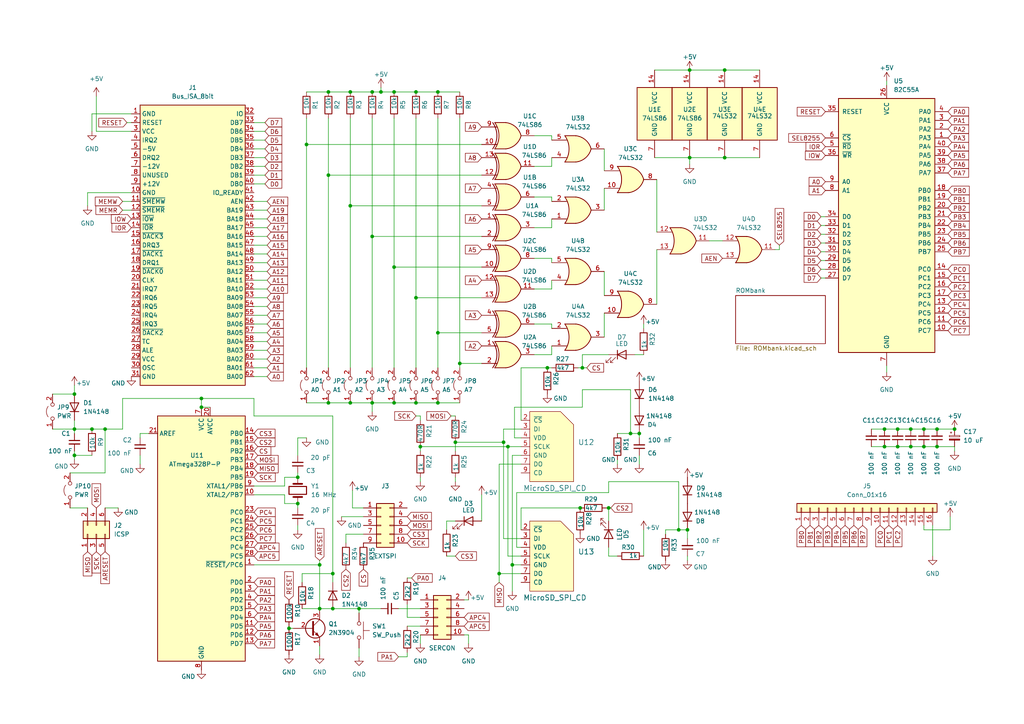
<source format=kicad_sch>
(kicad_sch (version 20230121) (generator eeschema)
  (paper "A4")
  (junction (at 200.025 20.32))
  (junction (at 58.42 115.57))
  (junction (at 132.08 128.27))
  (junction (at 210.185 20.32))
  (junction (at 256.54 129.54))
  (junction (at 101.6 26.67))
  (junction (at 196.85 153.67))
  (junction (at 127 116.84))
  (junction (at 21.59 114.3))
  (junction (at 210.185 45.72))
  (junction (at 104.14 176.53))
  (junction (at 158.75 106.68))
  (junction (at 86.36 138.43))
  (junction (at 30.48 124.46))
  (junction (at 114.3 26.67))
  (junction (at 95.25 26.67))
  (junction (at 176.53 147.32))
  (junction (at 260.35 124.46))
  (junction (at 107.95 26.67))
  (junction (at 199.39 153.67))
  (junction (at 127 96.52))
  (junction (at 146.05 128.27))
  (junction (at 260.35 129.54))
  (junction (at 101.6 59.69))
  (junction (at 127 26.67))
  (junction (at 256.54 124.46))
  (junction (at 21.59 132.08))
  (junction (at 96.52 166.37))
  (junction (at 101.6 116.84))
  (junction (at 114.3 77.47))
  (junction (at 121.92 129.54))
  (junction (at 92.71 176.53))
  (junction (at 96.52 176.53))
  (junction (at 267.97 129.54))
  (junction (at 114.3 116.84))
  (junction (at 185.42 125.73))
  (junction (at 276.86 124.46))
  (junction (at 168.91 106.68))
  (junction (at 95.25 116.84))
  (junction (at 182.88 125.73))
  (junction (at 86.36 146.05))
  (junction (at 148.59 163.83))
  (junction (at 147.32 129.54))
  (junction (at 88.9 41.91))
  (junction (at 107.95 68.58))
  (junction (at 168.275 147.32))
  (junction (at 95.25 50.8))
  (junction (at 144.78 166.37))
  (junction (at 264.16 124.46))
  (junction (at 83.82 182.245))
  (junction (at 120.65 26.67))
  (junction (at 110.49 26.67))
  (junction (at 267.97 124.46))
  (junction (at 58.42 118.11))
  (junction (at 120.65 116.84))
  (junction (at 92.71 163.83))
  (junction (at 264.16 129.54))
  (junction (at 271.78 124.46))
  (junction (at 26.67 124.46))
  (junction (at 120.65 86.36))
  (junction (at 21.59 124.46))
  (junction (at 200.025 45.72))
  (junction (at 133.35 105.41))
  (junction (at 107.95 116.84))
  (junction (at 271.78 129.54))
  (wire (pts (xy 40.64 125.73) (xy 43.18 125.73)))
  (wire (pts (xy 160.02 45.72) (xy 160.02 48.26)))
  (wire (pts (xy 21.59 133.35) (xy 21.59 132.08)))
  (wire (pts (xy 73.66 63.5) (xy 77.47 63.5)))
  (wire (pts (xy 160.02 39.37) (xy 154.94 39.37)))
  (wire (pts (xy 73.66 50.8) (xy 76.835 50.8)))
  (wire (pts (xy 121.92 120.65) (xy 120.65 120.65)))
  (wire (pts (xy 73.66 60.96) (xy 77.47 60.96)))
  (wire (pts (xy 210.185 45.72) (xy 220.345 45.72)))
  (wire (pts (xy 238.125 67.945) (xy 239.395 67.945)))
  (wire (pts (xy 158.75 106.68) (xy 151.13 106.68)))
  (wire (pts (xy 267.97 152.4) (xy 267.97 153.67)))
  (wire (pts (xy 87.63 166.37) (xy 96.52 166.37)))
  (wire (pts (xy 30.48 124.46) (xy 35.56 124.46)))
  (wire (pts (xy 210.185 20.32) (xy 220.345 20.32)))
  (wire (pts (xy 257.175 23.495) (xy 257.175 24.765)))
  (wire (pts (xy 73.66 96.52) (xy 77.47 96.52)))
  (wire (pts (xy 226.06 71.12) (xy 226.06 72.39)))
  (wire (pts (xy 114.3 116.84) (xy 120.65 116.84)))
  (wire (pts (xy 86.36 132.08) (xy 86.36 127)))
  (wire (pts (xy 175.26 43.18) (xy 175.26 49.53)))
  (wire (pts (xy 182.88 125.73) (xy 182.88 113.03)))
  (wire (pts (xy 135.89 184.15) (xy 134.62 184.15)))
  (wire (pts (xy 73.66 73.66) (xy 77.47 73.66)))
  (wire (pts (xy 73.66 48.26) (xy 76.835 48.26)))
  (wire (pts (xy 95.25 50.8) (xy 139.7 50.8)))
  (wire (pts (xy 26.67 124.46) (xy 30.48 124.46)))
  (wire (pts (xy 15.24 114.3) (xy 21.59 114.3)))
  (wire (pts (xy 58.42 115.57) (xy 58.42 118.11)))
  (wire (pts (xy 149.225 127) (xy 151.13 127)))
  (wire (pts (xy 121.92 129.54) (xy 121.92 130.81)))
  (wire (pts (xy 147.32 129.54) (xy 151.13 129.54)))
  (wire (pts (xy 146.05 156.21) (xy 151.13 156.21)))
  (wire (pts (xy 120.65 34.29) (xy 120.65 86.36)))
  (wire (pts (xy 177.165 147.32) (xy 176.53 147.32)))
  (wire (pts (xy 104.14 187.96) (xy 104.14 190.5)))
  (wire (pts (xy 160.02 58.42) (xy 160.02 57.15)))
  (wire (pts (xy 179.07 133.35) (xy 179.07 134.62)))
  (wire (pts (xy 271.78 124.46) (xy 276.86 124.46)))
  (wire (pts (xy 21.59 132.08) (xy 21.59 130.81)))
  (wire (pts (xy 73.66 71.12) (xy 77.47 71.12)))
  (wire (pts (xy 114.3 77.47) (xy 139.7 77.47)))
  (wire (pts (xy 101.6 26.67) (xy 107.95 26.67)))
  (wire (pts (xy 115.57 176.53) (xy 121.92 176.53)))
  (wire (pts (xy 148.59 163.83) (xy 151.13 163.83)))
  (wire (pts (xy 95.25 50.8) (xy 95.25 106.68)))
  (wire (pts (xy 134.62 173.99) (xy 135.89 173.99)))
  (wire (pts (xy 21.59 124.46) (xy 15.24 124.46)))
  (wire (pts (xy 88.9 116.84) (xy 95.25 116.84)))
  (wire (pts (xy 114.3 77.47) (xy 114.3 106.68)))
  (wire (pts (xy 35.56 60.96) (xy 38.1 60.96)))
  (wire (pts (xy 252.73 129.54) (xy 256.54 129.54)))
  (wire (pts (xy 82.55 140.97) (xy 82.55 138.43)))
  (wire (pts (xy 73.66 53.34) (xy 76.835 53.34)))
  (wire (pts (xy 120.65 86.36) (xy 120.65 106.68)))
  (wire (pts (xy 160.02 93.98) (xy 154.94 93.98)))
  (wire (pts (xy 257.175 106.045) (xy 257.175 107.95)))
  (wire (pts (xy 160.02 57.15) (xy 154.94 57.15)))
  (wire (pts (xy 88.9 41.91) (xy 139.7 41.91)))
  (wire (pts (xy 267.97 153.67) (xy 275.59 153.67)))
  (wire (pts (xy 226.06 72.39) (xy 224.79 72.39)))
  (wire (pts (xy 133.35 34.29) (xy 133.35 105.41)))
  (wire (pts (xy 73.66 88.9) (xy 77.47 88.9)))
  (wire (pts (xy 118.11 190.5) (xy 115.57 190.5)))
  (wire (pts (xy 25.4 55.88) (xy 38.1 55.88)))
  (wire (pts (xy 26.67 33.02) (xy 38.1 33.02)))
  (wire (pts (xy 95.25 26.67) (xy 101.6 26.67)))
  (wire (pts (xy 193.04 153.67) (xy 196.85 153.67)))
  (wire (pts (xy 73.66 86.36) (xy 77.47 86.36)))
  (wire (pts (xy 267.97 129.54) (xy 271.78 129.54)))
  (wire (pts (xy 264.16 124.46) (xy 267.97 124.46)))
  (wire (pts (xy 73.66 101.6) (xy 77.47 101.6)))
  (wire (pts (xy 121.92 129.54) (xy 147.32 129.54)))
  (wire (pts (xy 101.6 59.69) (xy 139.7 59.69)))
  (wire (pts (xy 276.86 130.81) (xy 276.86 129.54)))
  (wire (pts (xy 73.66 76.2) (xy 77.47 76.2)))
  (wire (pts (xy 107.95 34.29) (xy 107.95 68.58)))
  (wire (pts (xy 176.53 147.32) (xy 175.895 147.32)))
  (wire (pts (xy 73.66 104.14) (xy 77.47 104.14)))
  (wire (pts (xy 127 34.29) (xy 127 96.52)))
  (wire (pts (xy 179.07 125.73) (xy 182.88 125.73)))
  (wire (pts (xy 58.42 118.11) (xy 60.96 118.11)))
  (wire (pts (xy 127 96.52) (xy 127 106.68)))
  (wire (pts (xy 129.54 151.13) (xy 132.08 151.13)))
  (wire (pts (xy 168.91 102.87) (xy 176.53 102.87)))
  (wire (pts (xy 73.66 40.64) (xy 76.835 40.64)))
  (wire (pts (xy 36.83 35.56) (xy 38.1 35.56)))
  (wire (pts (xy 275.59 153.67) (xy 275.59 149.86)))
  (wire (pts (xy 73.66 58.42) (xy 77.47 58.42)))
  (wire (pts (xy 238.125 78.105) (xy 239.395 78.105)))
  (wire (pts (xy 238.125 73.025) (xy 239.395 73.025)))
  (wire (pts (xy 20.32 137.16) (xy 30.48 137.16)))
  (wire (pts (xy 92.71 162.56) (xy 92.71 163.83)))
  (wire (pts (xy 147.32 161.29) (xy 151.13 161.29)))
  (wire (pts (xy 110.49 25.4) (xy 110.49 26.67)))
  (wire (pts (xy 73.66 93.98) (xy 77.47 93.98)))
  (wire (pts (xy 168.91 113.03) (xy 168.91 118.11)))
  (wire (pts (xy 118.11 181.61) (xy 121.92 181.61)))
  (wire (pts (xy 175.26 90.805) (xy 175.26 97.79)))
  (wire (pts (xy 148.59 132.08) (xy 151.13 132.08)))
  (wire (pts (xy 264.16 129.54) (xy 267.97 129.54)))
  (wire (pts (xy 107.95 26.67) (xy 110.49 26.67)))
  (wire (pts (xy 276.86 129.54) (xy 271.78 129.54)))
  (wire (pts (xy 151.13 134.62) (xy 144.78 134.62)))
  (wire (pts (xy 73.66 83.82) (xy 77.47 83.82)))
  (wire (pts (xy 190.5 52.07) (xy 190.5 67.31)))
  (wire (pts (xy 95.25 34.29) (xy 95.25 50.8)))
  (wire (pts (xy 73.66 106.68) (xy 77.47 106.68)))
  (wire (pts (xy 160.02 102.87) (xy 154.94 102.87)))
  (wire (pts (xy 130.81 120.65) (xy 132.08 120.65)))
  (wire (pts (xy 114.3 26.67) (xy 120.65 26.67)))
  (wire (pts (xy 139.7 143.51) (xy 139.7 151.13)))
  (wire (pts (xy 96.52 120.65) (xy 73.66 120.65)))
  (wire (pts (xy 185.42 125.73) (xy 182.88 125.73)))
  (wire (pts (xy 168.91 106.68) (xy 170.18 106.68)))
  (wire (pts (xy 86.36 146.05) (xy 86.36 147.32)))
  (wire (pts (xy 107.95 116.84) (xy 114.3 116.84)))
  (wire (pts (xy 107.95 116.84) (xy 107.95 119.38)))
  (wire (pts (xy 114.3 34.29) (xy 114.3 77.47)))
  (wire (pts (xy 92.71 176.53) (xy 96.52 176.53)))
  (wire (pts (xy 27.94 38.1) (xy 38.1 38.1)))
  (wire (pts (xy 238.125 80.645) (xy 239.395 80.645)))
  (wire (pts (xy 88.9 41.91) (xy 88.9 106.68)))
  (wire (pts (xy 96.52 120.65) (xy 96.52 166.37)))
  (wire (pts (xy 151.13 147.32) (xy 168.275 147.32)))
  (wire (pts (xy 160.02 100.33) (xy 160.02 102.87)))
  (wire (pts (xy 132.08 128.27) (xy 146.05 128.27)))
  (wire (pts (xy 176.53 161.29) (xy 179.07 161.29)))
  (wire (pts (xy 176.53 139.7) (xy 196.85 139.7)))
  (wire (pts (xy 199.39 153.67) (xy 199.39 156.21)))
  (wire (pts (xy 73.66 81.28) (xy 77.47 81.28)))
  (wire (pts (xy 132.08 138.43) (xy 132.08 139.7)))
  (wire (pts (xy 86.36 127) (xy 88.9 127)))
  (wire (pts (xy 73.66 109.22) (xy 77.47 109.22)))
  (wire (pts (xy 238.125 65.405) (xy 239.395 65.405)))
  (wire (pts (xy 160.02 63.5) (xy 160.02 66.04)))
  (wire (pts (xy 99.06 149.86) (xy 105.41 149.86)))
  (wire (pts (xy 73.66 38.1) (xy 76.835 38.1)))
  (wire (pts (xy 238.125 75.565) (xy 239.395 75.565)))
  (wire (pts (xy 88.9 34.29) (xy 88.9 41.91)))
  (wire (pts (xy 148.59 163.83) (xy 148.59 132.08)))
  (wire (pts (xy 148.59 171.45) (xy 148.59 163.83)))
  (wire (pts (xy 184.15 102.87) (xy 186.69 102.87)))
  (wire (pts (xy 149.225 118.11) (xy 168.91 118.11)))
  (wire (pts (xy 20.32 147.32) (xy 25.4 147.32)))
  (wire (pts (xy 176.53 142.875) (xy 176.53 139.7)))
  (wire (pts (xy 146.05 124.46) (xy 146.05 128.27)))
  (wire (pts (xy 149.86 158.75) (xy 149.86 142.875)))
  (wire (pts (xy 27.94 27.94) (xy 27.94 38.1)))
  (wire (pts (xy 135.89 186.69) (xy 135.89 184.15)))
  (wire (pts (xy 160.02 74.93) (xy 154.94 74.93)))
  (wire (pts (xy 40.64 127) (xy 40.64 125.73)))
  (wire (pts (xy 107.95 68.58) (xy 139.7 68.58)))
  (wire (pts (xy 73.66 120.65) (xy 73.66 115.57)))
  (wire (pts (xy 30.48 137.16) (xy 30.48 124.46)))
  (wire (pts (xy 160.02 48.26) (xy 154.94 48.26)))
  (wire (pts (xy 260.35 129.54) (xy 264.16 129.54)))
  (wire (pts (xy 110.49 26.67) (xy 114.3 26.67)))
  (wire (pts (xy 260.35 124.46) (xy 264.16 124.46)))
  (wire (pts (xy 73.66 143.51) (xy 82.55 143.51)))
  (wire (pts (xy 104.14 176.53) (xy 110.49 176.53)))
  (wire (pts (xy 118.11 189.23) (xy 118.11 190.5)))
  (wire (pts (xy 121.92 138.43) (xy 121.92 139.7)))
  (wire (pts (xy 176.53 147.32) (xy 176.53 151.13)))
  (wire (pts (xy 267.97 124.46) (xy 271.78 124.46)))
  (wire (pts (xy 144.78 166.37) (xy 151.13 166.37)))
  (wire (pts (xy 73.66 91.44) (xy 77.47 91.44)))
  (wire (pts (xy 186.69 153.67) (xy 186.69 161.29)))
  (wire (pts (xy 185.42 132.08) (xy 185.42 134.62)))
  (wire (pts (xy 35.56 124.46) (xy 35.56 115.57)))
  (wire (pts (xy 121.92 121.92) (xy 121.92 120.65)))
  (wire (pts (xy 120.65 116.84) (xy 127 116.84)))
  (wire (pts (xy 205.74 69.85) (xy 209.55 69.85)))
  (wire (pts (xy 83.82 181.61) (xy 83.82 182.245)))
  (wire (pts (xy 73.66 78.74) (xy 77.47 78.74)))
  (wire (pts (xy 21.59 124.46) (xy 21.59 125.73)))
  (wire (pts (xy 100.33 154.94) (xy 105.41 154.94)))
  (wire (pts (xy 133.35 105.41) (xy 139.7 105.41)))
  (wire (pts (xy 160.02 81.28) (xy 160.02 83.82)))
  (wire (pts (xy 92.71 187.325) (xy 92.71 189.865)))
  (wire (pts (xy 189.865 45.72) (xy 200.025 45.72)))
  (wire (pts (xy 35.56 115.57) (xy 58.42 115.57)))
  (wire (pts (xy 256.54 124.46) (xy 260.35 124.46)))
  (wire (pts (xy 175.26 54.61) (xy 175.26 60.96)))
  (wire (pts (xy 149.225 118.11) (xy 149.225 127)))
  (wire (pts (xy 158.75 106.68) (xy 160.02 106.68)))
  (wire (pts (xy 87.63 176.53) (xy 92.71 176.53)))
  (wire (pts (xy 101.6 59.69) (xy 101.6 106.68)))
  (wire (pts (xy 185.42 127) (xy 185.42 125.73)))
  (wire (pts (xy 102.235 142.24) (xy 102.235 147.32)))
  (wire (pts (xy 30.48 147.32) (xy 34.29 147.32)))
  (wire (pts (xy 160.02 76.2) (xy 160.02 74.93)))
  (wire (pts (xy 73.66 163.83) (xy 92.71 163.83)))
  (wire (pts (xy 200.025 20.32) (xy 210.185 20.32)))
  (wire (pts (xy 196.85 153.67) (xy 196.85 139.7)))
  (wire (pts (xy 132.08 128.27) (xy 132.08 130.81)))
  (wire (pts (xy 21.59 121.92) (xy 21.59 124.46)))
  (wire (pts (xy 160.02 40.64) (xy 160.02 39.37)))
  (wire (pts (xy 147.32 129.54) (xy 147.32 161.29)))
  (wire (pts (xy 87.63 168.91) (xy 87.63 166.37)))
  (wire (pts (xy 82.55 143.51) (xy 82.55 146.05)))
  (wire (pts (xy 151.13 153.67) (xy 151.13 147.32)))
  (wire (pts (xy 151.13 124.46) (xy 146.05 124.46)))
  (wire (pts (xy 118.11 175.26) (xy 118.11 179.07)))
  (wire (pts (xy 73.66 66.04) (xy 77.47 66.04)))
  (wire (pts (xy 120.65 86.36) (xy 139.7 86.36)))
  (wire (pts (xy 193.04 154.94) (xy 193.04 153.67)))
  (wire (pts (xy 73.66 45.72) (xy 76.835 45.72)))
  (wire (pts (xy 129.54 161.29) (xy 132.08 161.29)))
  (wire (pts (xy 118.11 179.07) (xy 121.92 179.07)))
  (wire (pts (xy 58.42 115.57) (xy 73.66 115.57)))
  (wire (pts (xy 40.64 132.08) (xy 40.64 134.62)))
  (wire (pts (xy 83.82 182.245) (xy 85.09 182.245)))
  (wire (pts (xy 73.66 140.97) (xy 82.55 140.97)))
  (wire (pts (xy 120.65 26.67) (xy 127 26.67)))
  (wire (pts (xy 35.56 58.42) (xy 38.1 58.42)))
  (wire (pts (xy 25.4 59.69) (xy 25.4 55.88)))
  (wire (pts (xy 86.36 137.16) (xy 86.36 138.43)))
  (wire (pts (xy 95.25 116.84) (xy 101.6 116.84)))
  (wire (pts (xy 144.78 166.37) (xy 144.78 168.91)))
  (wire (pts (xy 151.13 158.75) (xy 149.86 158.75)))
  (wire (pts (xy 186.69 93.98) (xy 186.69 95.25)))
  (wire (pts (xy 21.59 114.3) (xy 21.59 111.76)))
  (wire (pts (xy 168.91 113.03) (xy 182.88 113.03)))
  (wire (pts (xy 100.33 157.48) (xy 100.33 154.94)))
  (wire (pts (xy 133.35 105.41) (xy 133.35 106.68)))
  (wire (pts (xy 168.91 106.68) (xy 168.91 102.87)))
  (wire (pts (xy 26.67 38.1) (xy 26.67 33.02)))
  (wire (pts (xy 118.11 167.64) (xy 119.38 167.64)))
  (wire (pts (xy 101.6 116.84) (xy 107.95 116.84)))
  (wire (pts (xy 270.51 152.4) (xy 270.51 161.29)))
  (wire (pts (xy 252.73 124.46) (xy 256.54 124.46)))
  (wire (pts (xy 238.125 62.865) (xy 239.395 62.865)))
  (wire (pts (xy 144.78 134.62) (xy 144.78 166.37)))
  (wire (pts (xy 199.39 161.29) (xy 199.39 162.56)))
  (wire (pts (xy 73.66 35.56) (xy 76.835 35.56)))
  (wire (pts (xy 127 96.52) (xy 139.7 96.52)))
  (wire (pts (xy 107.95 68.58) (xy 107.95 106.68)))
  (wire (pts (xy 127 116.84) (xy 133.35 116.84)))
  (wire (pts (xy 200.025 45.72) (xy 200.025 47.625)))
  (wire (pts (xy 190.5 72.39) (xy 190.5 88.265)))
  (wire (pts (xy 160.02 66.04) (xy 154.94 66.04)))
  (wire (pts (xy 127 26.67) (xy 133.35 26.67)))
  (wire (pts (xy 21.59 132.08) (xy 26.67 132.08)))
  (wire (pts (xy 104.14 176.53) (xy 104.14 177.8)))
  (wire (pts (xy 176.53 158.75) (xy 176.53 161.29)))
  (wire (pts (xy 189.865 20.32) (xy 200.025 20.32)))
  (wire (pts (xy 101.6 34.29) (xy 101.6 59.69)))
  (wire (pts (xy 160.02 83.82) (xy 154.94 83.82)))
  (wire (pts (xy 73.66 68.58) (xy 77.47 68.58)))
  (wire (pts (xy 175.26 78.74) (xy 175.26 85.725)))
  (wire (pts (xy 73.66 99.06) (xy 77.47 99.06)))
  (wire (pts (xy 73.66 43.18) (xy 76.835 43.18)))
  (wire (pts (xy 92.71 176.53) (xy 92.71 177.165)))
  (wire (pts (xy 21.59 124.46) (xy 26.67 124.46)))
  (wire (pts (xy 82.55 146.05) (xy 86.36 146.05)))
  (wire (pts (xy 238.125 70.485) (xy 239.395 70.485)))
  (wire (pts (xy 82.55 138.43) (xy 86.36 138.43)))
  (wire (pts (xy 86.36 152.4) (xy 86.36 153.67)))
  (wire (pts (xy 160.02 95.25) (xy 160.02 93.98)))
  (wire (pts (xy 256.54 129.54) (xy 260.35 129.54)))
  (wire (pts (xy 88.9 26.67) (xy 95.25 26.67)))
  (wire (pts (xy 102.235 147.32) (xy 105.41 147.32)))
  (wire (pts (xy 199.39 153.67) (xy 196.85 153.67)))
  (wire (pts (xy 200.025 45.72) (xy 210.185 45.72)))
  (wire (pts (xy 167.64 106.68) (xy 168.91 106.68)))
  (wire (pts (xy 146.05 128.27) (xy 146.05 156.21)))
  (wire (pts (xy 92.71 163.83) (xy 92.71 176.53)))
  (wire (pts (xy 149.86 142.875) (xy 176.53 142.875)))
  (wire (pts (xy 121.92 184.15) (xy 121.92 186.69)))
  (wire (pts (xy 96.52 176.53) (xy 104.14 176.53)))
  (wire (pts (xy 96.52 166.37) (xy 96.52 168.91)))
  (wire (pts (xy 151.13 106.68) (xy 151.13 121.92)))
  (wire (pts (xy 129.54 153.67) (xy 129.54 151.13)))
  (global_label "PC1" (shape input) (at 257.81 152.4 270) (property "Intersheetrefs" "${INTERSHEET_REFS}" (effects hide)))
  (global_label "D7" (shape input) (at 238.125 80.645 180) (property "Intersheetrefs" "${INTERSHEET_REFS}" (effects hide)))
  (global_label "PC0" (shape input) (at 274.955 78.105 0) (property "Intersheetrefs" "${INTERSHEET_REFS}" (effects hide)))
  (global_label "PA4" (shape input) (at 73.66 179.07 0) (property "Intersheetrefs" "${INTERSHEET_REFS}" (effects hide)))
  (global_label "A17" (shape input) (at 77.47 66.04 0) (property "Intersheetrefs" "${INTERSHEET_REFS}" (effects hide)))
  (global_label "MEMR" (shape input) (at 35.56 60.96 180) (property "Intersheetrefs" "${INTERSHEET_REFS}" (effects hide)))
  (global_label "PB5" (shape input) (at 245.11 152.4 270) (property "Intersheetrefs" "${INTERSHEET_REFS}" (effects hide)))
  (global_label "PA2" (shape input) (at 274.955 37.465 0) (property "Intersheetrefs" "${INTERSHEET_REFS}" (effects hide)))
  (global_label "PB3" (shape input) (at 274.955 62.865 0) (property "Intersheetrefs" "${INTERSHEET_REFS}" (effects hide)))
  (global_label "PC3" (shape input) (at 274.955 85.725 0) (property "Intersheetrefs" "${INTERSHEET_REFS}" (effects hide)))
  (global_label "D2" (shape input) (at 76.835 48.26 0) (property "Intersheetrefs" "${INTERSHEET_REFS}" (effects hide)))
  (global_label "D0" (shape input) (at 76.835 53.34 0) (property "Intersheetrefs" "${INTERSHEET_REFS}" (effects hide)))
  (global_label "PC7" (shape input) (at 274.955 95.885 0) (property "Intersheetrefs" "${INTERSHEET_REFS}" (effects hide)))
  (global_label "PA6" (shape input) (at 73.66 184.15 0) (property "Intersheetrefs" "${INTERSHEET_REFS}" (effects hide)))
  (global_label "MISO" (shape input) (at 118.11 149.86 0) (property "Intersheetrefs" "${INTERSHEET_REFS}" (effects hide)))
  (global_label "PA1" (shape input) (at 274.955 34.925 0) (property "Intersheetrefs" "${INTERSHEET_REFS}" (effects hide)))
  (global_label "PB6" (shape input) (at 247.65 152.4 270) (property "Intersheetrefs" "${INTERSHEET_REFS}" (effects hide)))
  (global_label "A3" (shape input) (at 77.47 101.6 0) (property "Intersheetrefs" "${INTERSHEET_REFS}" (effects hide)))
  (global_label "PC1" (shape input) (at 274.955 80.645 0) (property "Intersheetrefs" "${INTERSHEET_REFS}" (effects hide)))
  (global_label "A5" (shape input) (at 139.7 72.39 180) (property "Intersheetrefs" "${INTERSHEET_REFS}" (effects hide)))
  (global_label "AEN" (shape input) (at 209.55 74.93 180) (property "Intersheetrefs" "${INTERSHEET_REFS}" (effects hide)))
  (global_label "CS2" (shape input) (at 73.66 128.27 0) (property "Intersheetrefs" "${INTERSHEET_REFS}" (effects hide)))
  (global_label "D2" (shape input) (at 238.125 67.945 180) (property "Intersheetrefs" "${INTERSHEET_REFS}" (effects hide)))
  (global_label "APC4" (shape input) (at 134.62 179.07 0) (property "Intersheetrefs" "${INTERSHEET_REFS}" (effects hide)))
  (global_label "MISO" (shape input) (at 73.66 135.89 0) (property "Intersheetrefs" "${INTERSHEET_REFS}" (effects hide)))
  (global_label "PC4" (shape input) (at 274.955 88.265 0) (property "Intersheetrefs" "${INTERSHEET_REFS}" (effects hide)))
  (global_label "PB4" (shape input) (at 274.955 65.405 0) (property "Intersheetrefs" "${INTERSHEET_REFS}" (effects hide)))
  (global_label "PB0" (shape input) (at 274.955 55.245 0) (property "Intersheetrefs" "${INTERSHEET_REFS}" (effects hide)))
  (global_label "A6" (shape input) (at 139.7 63.5 180) (property "Intersheetrefs" "${INTERSHEET_REFS}" (effects hide)))
  (global_label "A16" (shape input) (at 77.47 68.58 0) (property "Intersheetrefs" "${INTERSHEET_REFS}" (effects hide)))
  (global_label "APC5" (shape input) (at 73.66 161.29 0) (property "Intersheetrefs" "${INTERSHEET_REFS}" (effects hide)))
  (global_label "D4" (shape input) (at 238.125 73.025 180) (property "Intersheetrefs" "${INTERSHEET_REFS}" (effects hide)))
  (global_label "D3" (shape input) (at 76.835 45.72 0) (property "Intersheetrefs" "${INTERSHEET_REFS}" (effects hide)))
  (global_label "PA6" (shape input) (at 274.955 47.625 0) (property "Intersheetrefs" "${INTERSHEET_REFS}" (effects hide)))
  (global_label "SEL8255" (shape input) (at 226.06 71.12 90) (property "Intersheetrefs" "${INTERSHEET_REFS}" (effects hide)))
  (global_label "PB0" (shape input) (at 232.41 152.4 270) (property "Intersheetrefs" "${INTERSHEET_REFS}" (effects hide)))
  (global_label "IOW" (shape input) (at 239.395 45.085 180) (property "Intersheetrefs" "${INTERSHEET_REFS}" (effects hide)))
  (global_label "PB7" (shape input) (at 274.955 73.025 0) (property "Intersheetrefs" "${INTERSHEET_REFS}" (effects hide)))
  (global_label "CS3" (shape input) (at 118.11 154.94 0) (property "Intersheetrefs" "${INTERSHEET_REFS}" (effects hide)))
  (global_label "CS3" (shape input) (at 73.66 125.73 0) (property "Intersheetrefs" "${INTERSHEET_REFS}" (effects hide)))
  (global_label "A0" (shape input) (at 239.395 52.705 180) (property "Intersheetrefs" "${INTERSHEET_REFS}" (effects hide)))
  (global_label "A0" (shape input) (at 77.47 109.22 0) (property "Intersheetrefs" "${INTERSHEET_REFS}" (effects hide)))
  (global_label "IOR" (shape input) (at 38.1 66.04 180) (property "Intersheetrefs" "${INTERSHEET_REFS}" (effects hide)))
  (global_label "AEN" (shape input) (at 77.47 58.42 0) (property "Intersheetrefs" "${INTERSHEET_REFS}" (effects hide)))
  (global_label "IOW" (shape input) (at 38.1 63.5 180) (property "Intersheetrefs" "${INTERSHEET_REFS}" (effects hide)))
  (global_label "PA3" (shape input) (at 274.955 40.005 0) (property "Intersheetrefs" "${INTERSHEET_REFS}" (effects hide)))
  (global_label "A5" (shape input) (at 77.47 96.52 0) (property "Intersheetrefs" "${INTERSHEET_REFS}" (effects hide)))
  (global_label "A18" (shape input) (at 77.47 63.5 0) (property "Intersheetrefs" "${INTERSHEET_REFS}" (effects hide)))
  (global_label "A7" (shape input) (at 77.47 91.44 0) (property "Intersheetrefs" "${INTERSHEET_REFS}" (effects hide)))
  (global_label "ARESET" (shape input) (at 30.48 160.02 270) (property "Intersheetrefs" "${INTERSHEET_REFS}" (effects hide)))
  (global_label "A4" (shape input) (at 77.47 99.06 0) (property "Intersheetrefs" "${INTERSHEET_REFS}" (effects hide)))
  (global_label "PA5" (shape input) (at 73.66 181.61 0) (property "Intersheetrefs" "${INTERSHEET_REFS}" (effects hide)))
  (global_label "D6" (shape input) (at 238.125 78.105 180) (property "Intersheetrefs" "${INTERSHEET_REFS}" (effects hide)))
  (global_label "A13" (shape input) (at 77.47 76.2 0) (property "Intersheetrefs" "${INTERSHEET_REFS}" (effects hide)))
  (global_label "PB2" (shape input) (at 237.49 152.4 270) (property "Intersheetrefs" "${INTERSHEET_REFS}" (effects hide)))
  (global_label "D1" (shape input) (at 76.835 50.8 0) (property "Intersheetrefs" "${INTERSHEET_REFS}" (effects hide)))
  (global_label "SCK" (shape input) (at 73.66 138.43 0) (property "Intersheetrefs" "${INTERSHEET_REFS}" (effects hide)))
  (global_label "D7" (shape input) (at 76.835 35.56 0) (property "Intersheetrefs" "${INTERSHEET_REFS}" (effects hide)))
  (global_label "MOSI" (shape input) (at 130.81 120.65 180) (property "Intersheetrefs" "${INTERSHEET_REFS}" (effects hide)))
  (global_label "MOSI" (shape input) (at 118.11 152.4 0) (property "Intersheetrefs" "${INTERSHEET_REFS}" (effects hide)))
  (global_label "D5" (shape input) (at 76.835 40.64 0) (property "Intersheetrefs" "${INTERSHEET_REFS}" (effects hide)))
  (global_label "A4" (shape input) (at 139.7 81.28 180) (property "Intersheetrefs" "${INTERSHEET_REFS}" (effects hide)))
  (global_label "PA3" (shape input) (at 73.66 176.53 0) (property "Intersheetrefs" "${INTERSHEET_REFS}" (effects hide)))
  (global_label "PC0" (shape input) (at 255.27 152.4 270) (property "Intersheetrefs" "${INTERSHEET_REFS}" (effects hide)))
  (global_label "PA1" (shape input) (at 115.57 190.5 180) (property "Intersheetrefs" "${INTERSHEET_REFS}" (effects hide)))
  (global_label "IOR" (shape input) (at 239.395 42.545 180) (property "Intersheetrefs" "${INTERSHEET_REFS}" (effects hide)))
  (global_label "A1" (shape input) (at 239.395 55.245 180) (property "Intersheetrefs" "${INTERSHEET_REFS}" (effects hide)))
  (global_label "A2" (shape input) (at 139.7 100.33 180) (property "Intersheetrefs" "${INTERSHEET_REFS}" (effects hide)))
  (global_label "PC2" (shape input) (at 260.35 152.4 270) (property "Intersheetrefs" "${INTERSHEET_REFS}" (effects hide)))
  (global_label "CS" (shape input) (at 105.41 165.1 270) (property "Intersheetrefs" "${INTERSHEET_REFS}" (effects hide)))
  (global_label "MEMW" (shape input) (at 35.56 58.42 180) (property "Intersheetrefs" "${INTERSHEET_REFS}" (effects hide)))
  (global_label "RESET" (shape input) (at 36.83 35.56 180) (property "Intersheetrefs" "${INTERSHEET_REFS}" (effects hide)))
  (global_label "PC2" (shape input) (at 274.955 83.185 0) (property "Intersheetrefs" "${INTERSHEET_REFS}" (effects hide)))
  (global_label "PA0" (shape input) (at 274.955 32.385 0) (property "Intersheetrefs" "${INTERSHEET_REFS}" (effects hide)))
  (global_label "APC5" (shape input) (at 134.62 181.61 0) (property "Intersheetrefs" "${INTERSHEET_REFS}" (effects hide)))
  (global_label "PB2" (shape input) (at 274.955 60.325 0) (property "Intersheetrefs" "${INTERSHEET_REFS}" (effects hide)))
  (global_label "D3" (shape input) (at 238.125 70.485 180) (property "Intersheetrefs" "${INTERSHEET_REFS}" (effects hide)))
  (global_label "A11" (shape input) (at 77.47 81.28 0) (property "Intersheetrefs" "${INTERSHEET_REFS}" (effects hide)))
  (global_label "PA2" (shape input) (at 73.66 173.99 0) (property "Intersheetrefs" "${INTERSHEET_REFS}" (effects hide)))
  (global_label "CS2" (shape input) (at 177.165 147.32 0) (property "Intersheetrefs" "${INTERSHEET_REFS}" (effects hide)))
  (global_label "A1" (shape input) (at 77.47 106.68 0) (property "Intersheetrefs" "${INTERSHEET_REFS}" (effects hide)))
  (global_label "PB1" (shape input) (at 234.95 152.4 270) (property "Intersheetrefs" "${INTERSHEET_REFS}" (effects hide)))
  (global_label "D0" (shape input) (at 238.125 62.865 180) (property "Intersheetrefs" "${INTERSHEET_REFS}" (effects hide)))
  (global_label "PB4" (shape input) (at 242.57 152.4 270) (property "Intersheetrefs" "${INTERSHEET_REFS}" (effects hide)))
  (global_label "PA1" (shape input) (at 73.66 171.45 0) (property "Intersheetrefs" "${INTERSHEET_REFS}" (effects hide)))
  (global_label "CS3" (shape input) (at 132.08 161.29 0) (property "Intersheetrefs" "${INTERSHEET_REFS}" (effects hide)))
  (global_label "RESET" (shape input) (at 83.82 173.99 90) (property "Intersheetrefs" "${INTERSHEET_REFS}" (effects hide)))
  (global_label "PB3" (shape input) (at 240.03 152.4 270) (property "Intersheetrefs" "${INTERSHEET_REFS}" (effects hide)))
  (global_label "PC7" (shape input) (at 73.66 156.21 0) (property "Intersheetrefs" "${INTERSHEET_REFS}" (effects hide)))
  (global_label "SCK" (shape input) (at 118.11 157.48 0) (property "Intersheetrefs" "${INTERSHEET_REFS}" (effects hide)))
  (global_label "D5" (shape input) (at 238.125 75.565 180) (property "Intersheetrefs" "${INTERSHEET_REFS}" (effects hide)))
  (global_label "PC4" (shape input) (at 73.66 148.59 0) (property "Intersheetrefs" "${INTERSHEET_REFS}" (effects hide)))
  (global_label "D1" (shape input) (at 238.125 65.405 180) (property "Intersheetrefs" "${INTERSHEET_REFS}" (effects hide)))
  (global_label "RESET" (shape input) (at 239.395 32.385 180) (property "Intersheetrefs" "${INTERSHEET_REFS}" (effects hide)))
  (global_label "APC4" (shape input) (at 73.66 158.75 0) (property "Intersheetrefs" "${INTERSHEET_REFS}" (effects hide)))
  (global_label "PC5" (shape input) (at 274.955 90.805 0) (property "Intersheetrefs" "${INTERSHEET_REFS}" (effects hide)))
  (global_label "A6" (shape input) (at 77.47 93.98 0) (property "Intersheetrefs" "${INTERSHEET_REFS}" (effects hide)))
  (global_label "A3" (shape input) (at 139.7 91.44 180) (property "Intersheetrefs" "${INTERSHEET_REFS}" (effects hide)))
  (global_label "PC6" (shape input) (at 274.955 93.345 0) (property "Intersheetrefs" "${INTERSHEET_REFS}" (effects hide)))
  (global_label "D4" (shape input) (at 76.835 43.18 0) (property "Intersheetrefs" "${INTERSHEET_REFS}" (effects hide)))
  (global_label "A12" (shape input) (at 77.47 78.74 0) (property "Intersheetrefs" "${INTERSHEET_REFS}" (effects hide)))
  (global_label "MOSI" (shape input) (at 73.66 133.35 0) (property "Intersheetrefs" "${INTERSHEET_REFS}" (effects hide)))
  (global_label "CS" (shape input) (at 73.66 130.81 0) (property "Intersheetrefs" "${INTERSHEET_REFS}" (effects hide)))
  (global_label "PB1" (shape input) (at 274.955 57.785 0) (property "Intersheetrefs" "${INTERSHEET_REFS}" (effects hide)))
  (global_label "PA5" (shape input) (at 274.955 45.085 0) (property "Intersheetrefs" "${INTERSHEET_REFS}" (effects hide)))
  (global_label "PA0" (shape input) (at 119.38 167.64 0) (property "Intersheetrefs" "${INTERSHEET_REFS}" (effects hide)))
  (global_label "A15" (shape input) (at 77.47 71.12 0) (property "Intersheetrefs" "${INTERSHEET_REFS}" (effects hide)))
  (global_label "PC5" (shape input) (at 73.66 151.13 0) (property "Intersheetrefs" "${INTERSHEET_REFS}" (effects hide)))
  (global_label "A8" (shape input) (at 139.7 45.72 180) (property "Intersheetrefs" "${INTERSHEET_REFS}" (effects hide)))
  (global_label "PB7" (shape input) (at 250.19 152.4 270) (property "Intersheetrefs" "${INTERSHEET_REFS}" (effects hide)))
  (global_label "A10" (shape input) (at 77.47 83.82 0) (property "Intersheetrefs" "${INTERSHEET_REFS}" (effects hide)))
  (global_label "PB5" (shape input) (at 274.955 67.945 0) (property "Intersheetrefs" "${INTERSHEET_REFS}" (effects hide)))
  (global_label "PA7" (shape input) (at 274.955 50.165 0) (property "Intersheetrefs" "${INTERSHEET_REFS}" (effects hide)))
  (global_label "MISO" (shape input) (at 144.78 168.91 270) (property "Intersheetrefs" "${INTERSHEET_REFS}" (effects hide)))
  (global_label "A19" (shape input) (at 77.47 60.96 0) (property "Intersheetrefs" "${INTERSHEET_REFS}" (effects hide)))
  (global_label "PA0" (shape input) (at 73.66 168.91 0) (property "Intersheetrefs" "${INTERSHEET_REFS}" (effects hide)))
  (global_label "A7" (shape input) (at 139.7 54.61 180) (property "Intersheetrefs" "${INTERSHEET_REFS}" (effects hide)))
  (global_label "SEL8255" (shape input) (at 239.395 40.005 180) (property "Intersheetrefs" "${INTERSHEET_REFS}" (effects hide)))
  (global_label "CS" (shape input) (at 170.18 106.68 0) (property "Intersheetrefs" "${INTERSHEET_REFS}" (effects hide)))
  (global_label "PA7" (shape input) (at 73.66 186.69 0) (property "Intersheetrefs" "${INTERSHEET_REFS}" (effects hide)))
  (global_label "MISO" (shape input) (at 25.4 160.02 270) (property "Intersheetrefs" "${INTERSHEET_REFS}" (effects hide)))
  (global_label "CS2" (shape input) (at 100.33 165.1 270) (property "Intersheetrefs" "${INTERSHEET_REFS}" (effects hide)))
  (global_label "PC6" (shape input) (at 73.66 153.67 0) (property "Intersheetrefs" "${INTERSHEET_REFS}" (effects hide)))
  (global_label "PA4" (shape input) (at 274.955 42.545 0) (property "Intersheetrefs" "${INTERSHEET_REFS}" (effects hide)))
  (global_label "A9" (shape input) (at 77.47 86.36 0) (property "Intersheetrefs" "${INTERSHEET_REFS}" (effects hide)))
  (global_label "PB6" (shape input) (at 274.955 70.485 0) (property "Intersheetrefs" "${INTERSHEET_REFS}" (effects hide)))
  (global_label "D6" (shape input) (at 76.835 38.1 0) (property "Intersheetrefs" "${INTERSHEET_REFS}" (effects hide)))
  (global_label "A9" (shape input) (at 139.7 36.83 180) (property "Intersheetrefs" "${INTERSHEET_REFS}" (effects hide)))
  (global_label "ARESET" (shape input) (at 92.71 162.56 90) (property "Intersheetrefs" "${INTERSHEET_REFS}" (effects hide)))
  (global_label "A14" (shape input) (at 77.47 73.66 0) (property "Intersheetrefs" "${INTERSHEET_REFS}" (effects hide)))
  (global_label "A2" (shape input) (at 77.47 104.14 0) (property "Intersheetrefs" "${INTERSHEET_REFS}" (effects hide)))
  (global_label "A8" (shape input) (at 77.47 88.9 0) (property "Intersheetrefs" "${INTERSHEET_REFS}" (effects hide)))
  (global_label "SCK" (shape input) (at 27.94 160.02 270) (property "Intersheetrefs" "${INTERSHEET_REFS}" (effects hide)))
  (global_label "MOSI" (shape input) (at 27.94 147.32 90) (property "Intersheetrefs" "${INTERSHEET_REFS}" (effects hide)))
  (global_label "SCK" (shape input) (at 120.65 120.65 180) (property "Intersheetrefs" "${INTERSHEET_REFS}" (effects hide)))
  (symbol (lib_id "Jumper:Jumper_2_Open") (at 120.65 111.76 90) (unit 1)
    (property "Reference" "JP6" (at 121.92 110.49 90) (effects (justify right)))
    (property "Value" "A5" (at 121.92 113.0299 90) (effects (justify right)))
    (property "Footprint" "Connector_PinHeader_2.54mm:PinHeader_1x02_P2.54mm_Vertical" (effects hide))
  )
  (symbol (lib_id "power:GND") (at 158.75 114.3 0) (unit 1)
    (property "Reference" "#PWR0104" (effects hide))
    (property "Value" "GND" (at 162.56 115.57 0))
  )
  (symbol (lib_id "74xx:74LS86") (at 147.32 93.98 0) (unit 2)
    (property "Reference" "U2" (at 153.67 88.9 0))
    (property "Value" "74LS86" (at 154.94 91.44 0))
    (property "Footprint" "Package_DIP:DIP-14_W7.62mm_Socket" (effects hide))
    (property "Datasheet" "74xx/74ls86.pdf" (effects hide))
  )
  (symbol (lib_id "Device:Crystal") (at 86.36 142.24 90) (unit 1)
    (property "Reference" "Y1" (at 90.17 140.9699 90) (effects (justify right)))
    (property "Value" "16 MHz" (at 90.17 143.5099 90) (effects (justify right)))
    (property "Footprint" "Crystal:Crystal_HC49-U_Vertical" (effects hide))
  )
  (symbol (lib_id "power:GND") (at 104.14 190.5 0) (unit 1)
    (property "Reference" "#PWR0141" (effects hide))
    (property "Value" "GND" (at 104.14 195.58 0))
  )
  (symbol (lib_id "power:GND") (at 107.95 119.38 0) (unit 1)
    (property "Reference" "#PWR0107" (effects hide))
    (property "Value" "GND" (at 107.95 124.46 0))
  )
  (symbol (lib_id "74xx:74LS86") (at 147.32 74.93 0) (unit 3)
    (property "Reference" "U2" (at 153.67 69.85 0))
    (property "Value" "74LS86" (at 154.94 72.39 0))
    (property "Footprint" "Package_DIP:DIP-14_W7.62mm_Socket" (effects hide))
    (property "Datasheet" "74xx/74ls86.pdf" (effects hide))
  )
  (symbol (lib_id "Connector_Generic:Conn_02x05_Odd_Even") (at 127 179.07 0) (unit 1)
    (property "Reference" "J4" (at 128.27 167.64 0))
    (property "Value" "SERCON" (at 128.27 187.96 0))
    (property "Footprint" "Connector_PinHeader_2.54mm:PinHeader_2x05_P2.54mm_Vertical" (effects hide))
  )
  (symbol (lib_id "power:+5V") (at 21.59 111.76 0) (unit 1)
    (property "Reference" "#PWR0132" (effects hide))
    (property "Value" "+5V" (at 24.13 111.125 0))
  )
  (symbol (lib_id "Device:C_Small") (at 86.36 134.62 180) (unit 1)
    (property "Reference" "C3" (at 91.44 136.525 0) (effects (justify left)))
    (property "Value" "20 pF" (at 95.885 132.715 0) (effects (justify left)))
    (property "Footprint" "Capacitor_THT:C_Disc_D5.0mm_W2.5mm_P5.00mm" (effects hide))
  )
  (symbol (lib_id "power:GND") (at 58.42 194.31 0) (unit 1)
    (property "Reference" "#PWR0137" (effects hide))
    (property "Value" "GND" (at 54.61 196.215 0))
  )
  (symbol (lib_id "power:GND") (at 34.29 147.32 0) (unit 1)
    (property "Reference" "#PWR0138" (effects hide))
    (property "Value" "GND" (at 38.1 148.59 0))
  )
  (symbol (lib_id "74xx:74LS32") (at 167.64 78.74 0) (mirror x) (unit 2)
    (property "Reference" "U4" (at 167.64 69.85 0))
    (property "Value" "74LS32" (at 167.64 72.39 0))
    (property "Footprint" "Package_DIP:DIP-14_W7.62mm_Socket" (effects hide))
    (property "Datasheet" "http://www.ti.com/lit/gpn/sn74LS32" (effects hide))
  )
  (symbol (lib_id "power:GND") (at 135.89 186.69 0) (unit 1)
    (property "Reference" "#PWR0143" (effects hide))
    (property "Value" "GND" (at 135.89 191.77 0))
  )
  (symbol (lib_id "microsd_spi_cd:MicroSD_SPI_CD") (at 160.02 161.29 0) (mirror y) (unit 1)
    (property "Reference" "U13" (at 167.64 160.02 0) (effects (font (size 1.524 1.524)) (justify right)))
    (property "Value" "MicroSD_SPI_CD" (at 151.765 173.355 0) (effects (font (size 1.524 1.524)) (justify right)))
    (property "Footprint" "ISACard:GCT-MEM2055-00-190-01-A" (effects hide))
  )
  (symbol (lib_id "Device:C_Small") (at 252.73 127 180) (unit 1)
    (property "Reference" "C11" (at 254 121.92 0) (effects (justify left)))
    (property "Value" "100 nF" (at 252.73 130.81 90) (effects (justify left)))
    (property "Footprint" "Capacitor_THT:C_Disc_D5.0mm_W2.5mm_P5.00mm" (effects hide))
  )
  (symbol (lib_id "power:GND") (at 83.82 189.865 0) (unit 1)
    (property "Reference" "#PWR0135" (effects hide))
    (property "Value" "GND" (at 83.82 194.945 0))
  )
  (symbol (lib_id "74xx:74LS32") (at 210.185 33.02 0) (unit 5)
    (property "Reference" "U3" (at 210.185 31.75 0))
    (property "Value" "74LS32" (at 210.185 33.655 0))
    (property "Footprint" "Package_DIP:DIP-14_W7.62mm_Socket" (effects hide))
    (property "Datasheet" "http://www.ti.com/lit/gpn/sn74LS32" (effects hide))
  )
  (symbol (lib_id "Device:C_Small") (at 256.54 127 180) (unit 1)
    (property "Reference" "C12" (at 257.81 121.92 0) (effects (justify left)))
    (property "Value" "100 nF" (at 256.54 130.81 90) (effects (justify left)))
    (property "Footprint" "Capacitor_THT:C_Disc_D5.0mm_W2.5mm_P5.00mm" (effects hide))
  )
  (symbol (lib_id "Device:C_Small") (at 271.78 127 180) (unit 1)
    (property "Reference" "C16" (at 273.05 121.92 0) (effects (justify left)))
    (property "Value" "100 nF" (at 271.78 130.81 90) (effects (justify left)))
    (property "Footprint" "Capacitor_THT:C_Disc_D5.0mm_W2.5mm_P5.00mm" (effects hide))
  )
  (symbol (lib_id "74xx:74LS86") (at 147.32 83.82 0) (unit 4)
    (property "Reference" "U2" (at 153.67 78.74 0))
    (property "Value" "74LS86" (at 154.94 81.28 0))
    (property "Footprint" "Package_DIP:DIP-14_W7.62mm_Socket" (effects hide))
    (property "Datasheet" "74xx/74ls86.pdf" (effects hide))
  )
  (symbol (lib_id "Device:R") (at 121.92 125.73 0) (unit 1)
    (property "Reference" "R21" (at 124.46 127 90) (effects (justify left)))
    (property "Value" "470R" (at 121.92 128.27 90) (effects (justify left)))
    (property "Footprint" "Resistor_THT:R_Axial_DIN0207_L6.3mm_D2.5mm_P7.62mm_Horizontal" (effects hide))
  )
  (symbol (lib_id "power:GND") (at 148.59 171.45 0) (unit 1)
    (property "Reference" "#PWR0145" (effects hide))
    (property "Value" "GND" (at 148.59 176.53 0))
  )
  (symbol (lib_id "Connector_Generic:Conn_02x03_Odd_Even") (at 27.94 154.94 90) (unit 1)
    (property "Reference" "J2" (at 33.02 152.3999 90) (effects (justify right)))
    (property "Value" "ICSP" (at 33.02 154.9399 90) (effects (justify right)))
    (property "Footprint" "Connector_PinHeader_2.54mm:PinHeader_2x03_P2.54mm_Vertical" (effects hide))
  )
  (symbol (lib_id "Device:C_Small") (at 199.39 158.75 180) (unit 1)
    (property "Reference" "C7" (at 204.47 160.655 0) (effects (justify left)))
    (property "Value" "100 nF" (at 208.915 156.845 0) (effects (justify left)))
    (property "Footprint" "Capacitor_THT:C_Disc_D5.0mm_W2.5mm_P5.00mm" (effects hide))
  )
  (symbol (lib_id "Device:LED") (at 180.34 102.87 0) (unit 1)
    (property "Reference" "D7" (at 180.34 97.79 0))
    (property "Value" "LED" (at 180.34 99.695 0))
    (property "Footprint" "LED_THT:LED_D3.0mm" (effects hide))
  )
  (symbol (lib_id "74xx:74LS32") (at 182.88 52.07 0) (unit 3)
    (property "Reference" "U3" (at 182.88 43.18 0))
    (property "Value" "74LS32" (at 182.88 45.72 0))
    (property "Footprint" "Package_DIP:DIP-14_W7.62mm_Socket" (effects hide))
    (property "Datasheet" "http://www.ti.com/lit/gpn/sn74LS32" (effects hide))
  )
  (symbol (lib_id "74xx:74LS32") (at 198.12 69.85 0) (unit 4)
    (property "Reference" "U3" (at 203.2 63.5 0))
    (property "Value" "74LS32" (at 204.47 66.04 0))
    (property "Footprint" "Package_DIP:DIP-14_W7.62mm_Socket" (effects hide))
    (property "Datasheet" "http://www.ti.com/lit/gpn/sn74LS32" (effects hide))
  )
  (symbol (lib_id "Device:D") (at 21.59 118.11 90) (unit 1)
    (property "Reference" "D1" (at 24.13 116.8399 90) (effects (justify right)))
    (property "Value" "1N4148" (at 24.13 119.3799 90) (effects (justify right)))
    (property "Footprint" "Diode_THT:D_DO-35_SOD27_P7.62mm_Horizontal" (effects hide))
  )
  (symbol (lib_id "Device:C_Small") (at 264.16 127 180) (unit 1)
    (property "Reference" "C14" (at 265.43 121.92 0) (effects (justify left)))
    (property "Value" "100 nF" (at 264.16 130.81 90) (effects (justify left)))
    (property "Footprint" "Capacitor_THT:C_Disc_D5.0mm_W2.5mm_P5.00mm" (effects hide))
  )
  (symbol (lib_id "power:+5V") (at 199.39 138.43 0) (unit 1)
    (property "Reference" "#PWR0125" (effects hide))
    (property "Value" "+5V" (at 201.93 137.795 0))
  )
  (symbol (lib_id "power:+5V") (at 102.235 142.24 0) (unit 1)
    (property "Reference" "#PWR0146" (effects hide))
    (property "Value" "+5V" (at 104.775 141.605 0))
  )
  (symbol (lib_id "Device:R") (at 88.9 30.48 0) (unit 1)
    (property "Reference" "R1" (at 91.44 31.75 90) (effects (justify left)))
    (property "Value" "10k" (at 88.9 31.75 90) (effects (justify left)))
    (property "Footprint" "Resistor_THT:R_Axial_DIN0207_L6.3mm_D2.5mm_P7.62mm_Horizontal" (effects hide))
  )
  (symbol (lib_id "74xx:74LS86") (at 147.32 48.26 0) (mirror x) (unit 4)
    (property "Reference" "U1" (at 153.67 42.545 0))
    (property "Value" "74LS86" (at 154.94 45.085 0))
    (property "Footprint" "Package_DIP:DIP-14_W7.62mm_Socket" (effects hide))
    (property "Datasheet" "74xx/74ls86.pdf" (effects hide))
  )
  (symbol (lib_id "power:GND") (at 276.86 130.81 0) (unit 1)
    (property "Reference" "#PWR0152" (effects hide))
    (property "Value" "GND" (at 276.86 135.89 0))
  )
  (symbol (lib_id "power:GND") (at 257.175 107.95 0) (unit 1)
    (property "Reference" "#PWR0110" (effects hide))
    (property "Value" "GND" (at 257.175 113.03 0))
  )
  (symbol (lib_id "power:GND") (at 38.1 109.22 0) (unit 1)
    (property "Reference" "#PWR0131" (effects hide))
    (property "Value" "GND" (at 34.29 111.125 0))
  )
  (symbol (lib_id "Device:D") (at 96.52 172.72 270) (unit 1)
    (property "Reference" "D2" (at 99.06 172.72 90) (effects (justify left)))
    (property "Value" "1N4148" (at 99.06 175.26 90) (effects (justify left)))
    (property "Footprint" "Diode_THT:D_DO-35_SOD27_P7.62mm_Horizontal" (effects hide))
  )
  (symbol (lib_id "Device:R") (at 172.085 147.32 90) (unit 1)
    (property "Reference" "R29" (at 173.355 144.78 90) (effects (justify left)))
    (property "Value" "4k7" (at 173.355 147.32 90) (effects (justify left)))
    (property "Footprint" "Resistor_THT:R_Axial_DIN0207_L6.3mm_D2.5mm_P7.62mm_Horizontal" (effects hide))
  )
  (symbol (lib_id "power:+5V") (at 275.59 149.86 0) (mirror y) (unit 1)
    (property "Reference" "#PWR0153" (effects hide))
    (property "Value" "+5V" (at 275.59 146.05 0))
  )
  (symbol (lib_id "Device:R") (at 114.3 30.48 0) (unit 1)
    (property "Reference" "R5" (at 116.84 31.75 90) (effects (justify left)))
    (property "Value" "10k" (at 114.3 31.75 90) (effects (justify left)))
    (property "Footprint" "Resistor_THT:R_Axial_DIN0207_L6.3mm_D2.5mm_P7.62mm_Horizontal" (effects hide))
  )
  (symbol (lib_id "Device:C_Small") (at 86.36 149.86 180) (unit 1)
    (property "Reference" "C4" (at 91.44 151.765 0) (effects (justify left)))
    (property "Value" "20 pF" (at 95.885 147.955 0) (effects (justify left)))
    (property "Footprint" "Capacitor_THT:C_Disc_D5.0mm_W2.5mm_P5.00mm" (effects hide))
  )
  (symbol (lib_id "Device:R") (at 105.41 161.29 0) (unit 1)
    (property "Reference" "R35" (at 107.95 162.56 90) (effects (justify left)))
    (property "Value" "4k7" (at 105.41 163.83 90) (effects (justify left)))
    (property "Footprint" "Resistor_THT:R_Axial_DIN0207_L6.3mm_D2.5mm_P7.62mm_Horizontal" (effects hide))
  )
  (symbol (lib_id "Device:R") (at 132.08 134.62 0) (unit 1)
    (property "Reference" "R25" (at 134.62 135.89 90) (effects (justify left)))
    (property "Value" "1k" (at 132.207 136.652 90) (effects (justify left)))
    (property "Footprint" "Resistor_THT:R_Axial_DIN0207_L6.3mm_D2.5mm_P7.62mm_Horizontal" (effects hide))
  )
  (symbol (lib_id "Interface:82C55A") (at 257.175 65.405 0) (unit 1)
    (property "Reference" "U5" (at 259.1944 23.495 0) (effects (justify left)))
    (property "Value" "82C55A" (at 259.1944 26.035 0) (effects (justify left)))
    (property "Footprint" "Package_DIP:DIP-40_W15.24mm_Socket" (effects hide))
    (property "Datasheet" "http://jap.hu/electronic/8255.pdf" (effects hide))
  )
  (symbol (lib_id "Device:R") (at 101.6 30.48 0) (unit 1)
    (property "Reference" "R3" (at 104.14 31.75 90) (effects (justify left)))
    (property "Value" "10k" (at 101.6 31.75 90) (effects (justify left)))
    (property "Footprint" "Resistor_THT:R_Axial_DIN0207_L6.3mm_D2.5mm_P7.62mm_Horizontal" (effects hide))
  )
  (symbol (lib_id "power:GND") (at 121.92 186.69 0) (unit 1)
    (property "Reference" "#PWR0142" (effects hide))
    (property "Value" "GND" (at 121.92 191.77 0))
  )
  (symbol (lib_id "power:+5V") (at 186.69 153.67 0) (unit 1)
    (property "Reference" "#PWR0124" (effects hide))
    (property "Value" "+5V" (at 189.23 153.035 0))
  )
  (symbol (lib_id "74xx:74LS86") (at 189.865 33.02 0) (unit 5)
    (property "Reference" "U1" (at 189.865 31.75 0))
    (property "Value" "74LS86" (at 189.865 34.29 0))
    (property "Footprint" "Package_DIP:DIP-14_W7.62mm_Socket" (effects hide))
    (property "Datasheet" "74xx/74ls86.pdf" (effects hide))
  )
  (symbol (lib_id "74xx:74LS86") (at 147.32 39.37 0) (unit 3)
    (property "Reference" "U1" (at 153.67 33.655 0))
    (property "Value" "74LS86" (at 153.67 36.195 0))
    (property "Footprint" "Package_DIP:DIP-14_W7.62mm_Socket" (effects hide))
    (property "Datasheet" "74xx/74ls86.pdf" (effects hide))
  )
  (symbol (lib_id "power:+5V") (at 110.49 25.4 0) (unit 1)
    (property "Reference" "#PWR0105" (effects hide))
    (property "Value" "+5V" (at 110.49 21.59 0))
  )
  (symbol (lib_id "Jumper:Jumper_2_Open") (at 95.25 111.76 90) (unit 1)
    (property "Reference" "JP2" (at 96.52 110.4899 90) (effects (justify right)))
    (property "Value" "A1" (at 96.52 113.0299 90) (effects (justify right)))
    (property "Footprint" "Connector_PinHeader_2.54mm:PinHeader_1x02_P2.54mm_Vertical" (effects hide))
  )
  (symbol (lib_id "power:+5V") (at 139.7 143.51 0) (unit 1)
    (property "Reference" "#PWR0150" (effects hide))
    (property "Value" "+5V" (at 142.24 142.875 0))
  )
  (symbol (lib_id "microsd_spi_cd:MicroSD_SPI_CD") (at 160.02 129.54 0) (mirror y) (unit 1)
    (property "Reference" "U12" (at 167.64 128.27 0) (effects (font (size 1.524 1.524)) (justify right)))
    (property "Value" "MicroSD_SPI_CD" (at 151.765 141.605 0) (effects (font (size 1.524 1.524)) (justify right)))
    (property "Footprint" "ISACard:GCT-MEM2055-00-190-01-A" (effects hide))
  )
  (symbol (lib_id "power:+5V") (at 276.86 124.46 0) (unit 1)
    (property "Reference" "#PWR0151" (effects hide))
    (property "Value" "+5V" (at 276.86 120.65 0))
  )
  (symbol (lib_id "power:GND") (at 168.275 154.94 0) (unit 1)
    (property "Reference" "#PWR0130" (effects hide))
    (property "Value" "GND" (at 172.085 156.21 0))
  )
  (symbol (lib_id "power:+5V") (at 185.42 110.49 0) (unit 1)
    (property "Reference" "#PWR0122" (effects hide))
    (property "Value" "+5V" (at 187.96 109.855 0))
  )
  (symbol (lib_id "Device:R") (at 132.08 124.46 0) (unit 1)
    (property "Reference" "R24" (at 134.62 125.73 90) (effects (justify left)))
    (property "Value" "470R" (at 132.08 127 90) (effects (justify left)))
    (property "Footprint" "Resistor_THT:R_Axial_DIN0207_L6.3mm_D2.5mm_P7.62mm_Horizontal" (effects hide))
  )
  (symbol (lib_id "Device:R") (at 133.35 30.48 0) (unit 1)
    (property "Reference" "R8" (at 135.89 31.75 90) (effects (justify left)))
    (property "Value" "10k" (at 133.35 31.75 90) (effects (justify left)))
    (property "Footprint" "Resistor_THT:R_Axial_DIN0207_L6.3mm_D2.5mm_P7.62mm_Horizontal" (effects hide))
  )
  (symbol (lib_id "power:GND") (at 26.67 38.1 0) (unit 1)
    (property "Reference" "#PWR0101" (effects hide))
    (property "Value" "GND" (at 26.67 43.18 0))
  )
  (symbol (lib_id "74xx:74LS32") (at 167.64 97.79 0) (mirror x) (unit 1)
    (property "Reference" "U4" (at 167.64 88.9 0))
    (property "Value" "74LS32" (at 167.64 91.44 0))
    (property "Footprint" "Package_DIP:DIP-14_W7.62mm_Socket" (effects hide))
    (property "Datasheet" "http://www.ti.com/lit/gpn/sn74LS32" (effects hide))
  )
  (symbol (lib_id "Jumper:Jumper_2_Open") (at 20.32 142.24 90) (unit 1)
    (property "Reference" "JP10" (at 21.59 140.9699 90) (effects (justify right)))
    (property "Value" "PWR" (at 21.59 143.5099 90) (effects (justify right)))
    (property "Footprint" "Connector_PinHeader_2.54mm:PinHeader_1x02_P2.54mm_Vertical" (effects hide))
  )
  (symbol (lib_id "power:GND") (at 86.36 153.67 0) (unit 1)
    (property "Reference" "#PWR0139" (effects hide))
    (property "Value" "GND" (at 86.36 158.75 0))
  )
  (symbol (lib_id "Device:R") (at 118.11 171.45 0) (unit 1)
    (property "Reference" "R19" (at 120.65 172.72 90) (effects (justify left)))
    (property "Value" "2k2" (at 118.237 173.482 90) (effects (justify left)))
    (property "Footprint" "Resistor_THT:R_Axial_DIN0207_L6.3mm_D2.5mm_P7.62mm_Horizontal" (effects hide))
  )
  (symbol (lib_id "Device:C_Small") (at 40.64 129.54 0) (unit 1)
    (property "Reference" "C2" (at 35.56 127.635 0) (effects (justify left)))
    (property "Value" "100 nF" (at 31.115 131.445 0) (effects (justify left)))
    (property "Footprint" "Capacitor_THT:C_Disc_D5.0mm_W2.5mm_P5.00mm" (effects hide))
  )
  (symbol (lib_id "74xx:74LS86") (at 147.32 57.15 0) (unit 2)
    (property "Reference" "U1" (at 153.67 51.435 0))
    (property "Value" "74LS86" (at 154.94 53.975 0))
    (property "Footprint" "Package_DIP:DIP-14_W7.62mm_Socket" (effects hide))
    (property "Datasheet" "74xx/74ls86.pdf" (effects hide))
  )
  (symbol (lib_id "Device:R") (at 129.54 157.48 0) (unit 1)
    (property "Reference" "R23" (at 132.08 158.75 90) (effects (justify left)))
    (property "Value" "1k" (at 129.667 159.512 90) (effects (justify left)))
    (property "Footprint" "Resistor_THT:R_Axial_DIN0207_L6.3mm_D2.5mm_P7.62mm_Horizontal" (effects hide))
  )
  (symbol (lib_id "Jumper:Jumper_2_Open") (at 114.3 111.76 90) (unit 1)
    (property "Reference" "JP5" (at 115.57 110.4899 90) (effects (justify right)))
    (property "Value" "A4" (at 115.57 113.0299 90) (effects (justify right)))
    (property "Footprint" "Connector_PinHeader_2.54mm:PinHeader_1x02_P2.54mm_Vertical" (effects hide))
  )
  (symbol (lib_id "Device:R") (at 193.04 158.75 0) (unit 1)
    (property "Reference" "R33" (at 195.58 160.02 90) (effects (justify left)))
    (property "Value" "10k" (at 193.04 160.02 90) (effects (justify left)))
    (property "Footprint" "Resistor_THT:R_Axial_DIN0207_L6.3mm_D2.5mm_P7.62mm_Horizontal" (effects hide))
  )
  (symbol (lib_id "Jumper:Jumper_2_Open") (at 127 111.76 90) (unit 1)
    (property "Reference" "JP7" (at 128.27 110.4899 90) (effects (justify right)))
    (property "Value" "A6" (at 128.27 113.0299 90) (effects (justify right)))
    (property "Footprint" "Connector_PinHeader_2.54mm:PinHeader_1x02_P2.54mm_Vertical" (effects hide))
  )
  (symbol (lib_id "Device:C_Small") (at 113.03 176.53 270) (unit 1)
    (property "Reference" "C5" (at 114.935 171.45 0) (effects (justify left)))
    (property "Value" "100 nF" (at 111.125 167.005 0) (effects (justify left)))
    (property "Footprint" "Capacitor_THT:C_Disc_D5.0mm_W2.5mm_P5.00mm" (effects hide))
  )
  (symbol (lib_id "Device:C_Small") (at 21.59 128.27 0) (unit 1)
    (property "Reference" "C1" (at 17.78 125.73 0) (effects (justify left)))
    (property "Value" "100 nF" (at 13.97 130.81 0) (effects (justify left)))
    (property "Footprint" "Capacitor_THT:C_Disc_D5.0mm_W2.5mm_P5.00mm" (effects hide))
  )
  (symbol (lib_id "Device:R") (at 158.75 110.49 0) (unit 1)
    (property "Reference" "R26" (at 161.29 111.76 90) (effects (justify left)))
    (property "Value" "10k" (at 158.877 112.522 90) (effects (justify left)))
    (property "Footprint" "Resistor_THT:R_Axial_DIN0207_L6.3mm_D2.5mm_P7.62mm_Horizontal" (effects hide))
  )
  (symbol (lib_id "Device:D") (at 185.42 114.3 90) (unit 1)
    (property "Reference" "D6" (at 187.96 113.0299 90) (effects (justify right)))
    (property "Value" "1N4148" (at 187.96 115.5699 90) (effects (justify right)))
    (property "Footprint" "Diode_THT:D_DO-35_SOD27_P7.62mm_Horizontal" (effects hide))
  )
  (symbol (lib_id "74xx:74LS86") (at 200.025 33.02 0) (unit 5)
    (property "Reference" "U2" (at 200.025 31.75 0))
    (property "Value" "74LS86" (at 200.025 34.29 0))
    (property "Footprint" "Package_DIP:DIP-14_W7.62mm_Socket" (effects hide))
    (property "Datasheet" "74xx/74ls86.pdf" (effects hide))
  )
  (symbol (lib_id "Device:R") (at 179.07 129.54 0) (unit 1)
    (property "Reference" "R31" (at 181.61 130.81 90) (effects (justify left)))
    (property "Value" "10k" (at 179.197 131.572 90) (effects (justify left)))
    (property "Footprint" "Resistor_THT:R_Axial_DIN0207_L6.3mm_D2.5mm_P7.62mm_Horizontal" (effects hide))
  )
  (symbol (lib_id "Device:D") (at 199.39 142.24 90) (unit 1)
    (property "Reference" "D9" (at 201.93 141.6049 90) (effects (justify right)))
    (property "Value" "1N4148" (at 201.93 143.5099 90) (effects (justify right)))
    (property "Footprint" "Diode_THT:D_DO-35_SOD27_P7.62mm_Horizontal" (effects hide))
  )
  (symbol (lib_id "Device:R") (at 182.88 161.29 90) (unit 1)
    (property "Reference" "R30" (at 184.15 158.75 90) (effects (justify left)))
    (property "Value" "1k" (at 184.912 161.163 90) (effects (justify left)))
    (property "Footprint" "Resistor_THT:R_Axial_DIN0207_L6.3mm_D2.5mm_P7.62mm_Horizontal" (effects hide))
  )
  (symbol (lib_id "Device:C_Small") (at 260.35 127 180) (unit 1)
    (property "Reference" "C13" (at 261.62 121.92 0) (effects (justify left)))
    (property "Value" "100 nF" (at 260.35 130.81 90) (effects (justify left)))
    (property "Footprint" "Capacitor_THT:C_Disc_D5.0mm_W2.5mm_P5.00mm" (effects hide))
  )
  (symbol (lib_id "Device:R") (at 100.33 161.29 0) (unit 1)
    (property "Reference" "R34" (at 102.87 162.56 90) (effects (justify left)))
    (property "Value" "4k7" (at 100.33 163.83 90) (effects (justify left)))
    (property "Footprint" "Resistor_THT:R_Axial_DIN0207_L6.3mm_D2.5mm_P7.62mm_Horizontal" (effects hide))
  )
  (symbol (lib_id "Device:R") (at 118.11 185.42 0) (unit 1)
    (property "Reference" "R20" (at 120.65 186.69 90) (effects (justify left)))
    (property "Value" "2k2" (at 118.237 187.452 90) (effects (justify left)))
    (property "Footprint" "Resistor_THT:R_Axial_DIN0207_L6.3mm_D2.5mm_P7.62mm_Horizontal" (effects hide))
  )
  (symbol (lib_id "Device:R") (at 120.65 30.48 0) (unit 1)
    (property "Reference" "R6" (at 123.19 31.75 90) (effects (justify left)))
    (property "Value" "10k" (at 120.65 31.75 90) (effects (justify left)))
    (property "Footprint" "Resistor_THT:R_Axial_DIN0207_L6.3mm_D2.5mm_P7.62mm_Horizontal" (effects hide))
  )
  (symbol (lib_id "power:GND") (at 270.51 161.29 0) (unit 1)
    (property "Reference" "#PWR0154" (effects hide))
    (property "Value" "GND" (at 270.51 166.37 0))
  )
  (symbol (lib_id "Transistor_BJT:2N3904") (at 90.17 182.245 0) (unit 1)
    (property "Reference" "Q1" (at 95.25 180.9749 0) (effects (justify left)))
    (property "Value" "2N3904" (at 95.25 183.5149 0) (effects (justify left)))
    (property "Footprint" "Package_TO_SOT_THT:TO-92_Inline_Wide" (effects hide))
    (property "Datasheet" "https://www.onsemi.com/pub/Collateral/2N3903-D.PDF" (effects hide))
  )
  (symbol (lib_id "power:GND") (at 92.71 189.865 0) (unit 1)
    (property "Reference" "#PWR0136" (effects hide))
    (property "Value" "GND" (at 92.71 194.945 0))
  )
  (symbol (lib_id "power:GND") (at 40.64 134.62 0) (unit 1)
    (property "Reference" "#PWR0133" (effects hide))
    (property "Value" "GND" (at 36.83 136.525 0))
  )
  (symbol (lib_id "Connector_Generic:Conn_02x05_Odd_Even") (at 110.49 152.4 0) (unit 1)
    (property "Reference" "J3" (at 111.76 140.97 0))
    (property "Value" "EXTSPI" (at 111.76 161.29 0))
    (property "Footprint" "Connector_PinHeader_2.54mm:PinHeader_2x05_P2.54mm_Vertical" (effects hide))
  )
  (symbol (lib_id "power:GND") (at 193.04 162.56 0) (unit 1)
    (property "Reference" "#PWR0129" (effects hide))
    (property "Value" "GND" (at 189.865 164.465 0))
  )
  (symbol (lib_id "74xx:74LS32") (at 220.345 33.02 0) (unit 5)
    (property "Reference" "U4" (at 220.345 31.75 0))
    (property "Value" "74LS32" (at 220.345 33.655 0))
    (property "Footprint" "Package_DIP:DIP-14_W7.62mm_Socket" (effects hide))
    (property "Datasheet" "http://www.ti.com/lit/gpn/sn74LS32" (effects hide))
  )
  (symbol (lib_id "Switch:SW_Push") (at 104.14 182.88 270) (unit 1)
    (property "Reference" "SW1" (at 107.95 181.6099 90) (effects (justify left)))
    (property "Value" "SW_Push" (at 107.95 184.1499 90) (effects (justify left)))
    (property "Footprint" "Button_Switch_THT:SW_PUSH_6mm" (effects hide))
  )
  (symbol (lib_id "Device:LED") (at 135.89 151.13 0) (unit 1)
    (property "Reference" "D3" (at 135.89 146.05 0))
    (property "Value" "LED" (at 135.89 147.955 0))
    (property "Footprint" "LED_THT:LED_D3.0mm" (effects hide))
  )
  (symbol (lib_id "power:GND") (at 179.07 134.62 0) (unit 1)
    (property "Reference" "#PWR0127" (effects hide))
    (property "Value" "GND" (at 176.53 133.35 0))
  )
  (symbol (lib_id "power:+5V") (at 200.025 20.32 0) (unit 1)
    (property "Reference" "#PWR0109" (effects hide))
    (property "Value" "+5V" (at 200.025 16.51 0))
  )
  (symbol (lib_id "Device:R") (at 121.92 134.62 0) (unit 1)
    (property "Reference" "R22" (at 124.46 135.89 90) (effects (justify left)))
    (property "Value" "1k" (at 122.047 136.652 90) (effects (justify left)))
    (property "Footprint" "Resistor_THT:R_Axial_DIN0207_L6.3mm_D2.5mm_P7.62mm_Horizontal" (effects hide))
  )
  (symbol (lib_id "power:GND") (at 25.4 59.69 0) (unit 1)
    (property "Reference" "#PWR0103" (effects hide))
    (property "Value" "GND" (at 25.4 64.77 0))
  )
  (symbol (lib_id "Jumper:Jumper_2_Open") (at 107.95 111.76 90) (unit 1)
    (property "Reference" "JP4" (at 109.22 110.4899 90) (effects (justify right)))
    (property "Value" "A3" (at 109.22 113.0299 90) (effects (justify right)))
    (property "Footprint" "Connector_PinHeader_2.54mm:PinHeader_1x02_P2.54mm_Vertical" (effects hide))
  )
  (symbol (lib_id "power:+5V") (at 135.89 173.99 0) (unit 1)
    (property "Reference" "#PWR0144" (effects hide))
    (property "Value" "+5V" (at 138.43 173.355 0))
  )
  (symbol (lib_id "74xx:74LS86") (at 147.32 102.87 0) (unit 1)
    (property "Reference" "U2" (at 153.67 97.79 0))
    (property "Value" "74LS86" (at 154.94 100.33 0))
    (property "Footprint" "Package_DIP:DIP-14_W7.62mm_Socket" (effects hide))
    (property "Datasheet" "74xx/74ls86.pdf" (effects hide))
  )
  (symbol (lib_id "Device:R") (at 26.67 128.27 0) (unit 1)
    (property "Reference" "R9" (at 29.21 129.54 90) (effects (justify left)))
    (property "Value" "10k" (at 26.797 130.302 90) (effects (justify left)))
    (property "Footprint" "Resistor_THT:R_Axial_DIN0207_L6.3mm_D2.5mm_P7.62mm_Horizontal" (effects hide))
  )
  (symbol (lib_id "Device:D") (at 199.39 149.86 90) (unit 1)
    (property "Reference" "D8" (at 204.47 151.13 90) (effects (justify left)))
    (property "Value" "1N4148" (at 208.915 148.59 90) (effects (justify left)))
    (property "Footprint" "Diode_THT:D_DO-35_SOD27_P7.62mm_Horizontal" (effects hide))
  )
  (symbol (lib_id "Device:C_Small") (at 185.42 129.54 180) (unit 1)
    (property "Reference" "C6" (at 190.5 131.445 0) (effects (justify left)))
    (property "Value" "100 nF" (at 194.945 127.635 0) (effects (justify left)))
    (property "Footprint" "Capacitor_THT:C_Disc_D5.0mm_W2.5mm_P5.00mm" (effects hide))
  )
  (symbol (lib_id "power:GND") (at 121.92 139.7 0) (unit 1)
    (property "Reference" "#PWR0148" (effects hide))
    (property "Value" "GND" (at 121.92 144.78 0))
  )
  (symbol (lib_id "Device:R") (at 127 30.48 0) (unit 1)
    (property "Reference" "R7" (at 129.54 31.75 90) (effects (justify left)))
    (property "Value" "10k" (at 127 31.75 90) (effects (justify left)))
    (property "Footprint" "Resistor_THT:R_Axial_DIN0207_L6.3mm_D2.5mm_P7.62mm_Horizontal" (effects hide))
  )
  (symbol (lib_id "Device:R") (at 83.82 177.8 0) (unit 1)
    (property "Reference" "R10" (at 86.36 179.07 90) (effects (justify left)))
    (property "Value" "100k" (at 83.947 179.832 90) (effects (justify left)))
    (property "Footprint" "Resistor_THT:R_Axial_DIN0207_L6.3mm_D2.5mm_P10.16mm_Horizontal" (effects hide))
  )
  (symbol (lib_id "Device:C_Small") (at 267.97 127 180) (unit 1)
    (property "Reference" "C15" (at 269.24 121.92 0) (effects (justify left)))
    (property "Value" "100 nF" (at 267.97 130.81 90) (effects (justify left)))
    (property "Footprint" "Capacitor_THT:C_Disc_D5.0mm_W2.5mm_P5.00mm" (effects hide))
  )
  (symbol (lib_id "74xx:74LS86") (at 147.32 66.04 0) (unit 1)
    (property "Reference" "U1" (at 154.305 59.69 0))
    (property "Value" "74LS86" (at 154.94 62.23 0))
    (property "Footprint" "Package_DIP:DIP-14_W7.62mm_Socket" (effects hide))
    (property "Datasheet" "74xx/74ls86.pdf" (effects hide))
  )
  (symbol (lib_id "Device:R") (at 83.82 186.055 0) (unit 1)
    (property "Reference" "R17" (at 86.36 187.325 90) (effects (justify left)))
    (property "Value" "100k" (at 83.947 188.087 90) (effects (justify left)))
    (property "Footprint" "Resistor_THT:R_Axial_DIN0207_L6.3mm_D2.5mm_P7.62mm_Horizontal" (effects hide))
  )
  (symbol (lib_id "74xx:74LS32") (at 182.88 88.265 0) (unit 3)
    (property "Reference" "U4" (at 182.88 79.375 0))
    (property "Value" "74LS32" (at 182.88 81.915 0))
    (property "Footprint" "Package_DIP:DIP-14_W7.62mm_Socket" (effects hide))
    (property "Datasheet" "http://www.ti.com/lit/gpn/sn74LS32" (effects hide))
  )
  (symbol (lib_id "Jumper:Jumper_2_Open") (at 15.24 119.38 90) (unit 1)
    (property "Reference" "JP9" (at 16.51 118.1099 90) (effects (justify right)))
    (property "Value" "PWR" (at 16.51 120.6499 90) (effects (justify right)))
    (property "Footprint" "Connector_PinHeader_2.54mm:PinHeader_1x02_P2.54mm_Vertical" (effects hide))
  )
  (symbol (lib_id "power:+5V") (at 186.69 93.98 0) (unit 1)
    (property "Reference" "#PWR0123" (effects hide))
    (property "Value" "+5V" (at 189.23 93.345 0))
  )
  (symbol (lib_id "power:+5V") (at 27.94 27.94 0) (unit 1)
    (property "Reference" "#PWR0102" (effects hide))
    (property "Value" "+5V" (at 27.94 22.86 0))
  )
  (symbol (lib_id "MCU_Microchip_ATmega:ATmega328P-P") (at 58.42 156.21 0) (unit 1)
    (property "Reference" "U11" (at 57.15 132.08 0))
    (property "Value" "ATmega328P-P" (at 56.515 134.62 0))
    (property "Footprint" "Package_DIP:DIP-28_W7.62mm_Socket" (effects hide))
    (property "Datasheet" "http://ww1.microchip.com/downloads/en/DeviceDoc/ATmega328_P%20AVR%20MCU%20with%20picoPower%20Technology%20Data%20Sheet%2040001984A.pdf" (effects hide))
  )
  (symbol (lib_id "power:GND") (at 88.9 127 0) (unit 1)
    (property "Reference" "#PWR0140" (effects hide))
    (property "Value" "GND" (at 91.44 128.2699 0) (effects (justify left)))
  )
  (symbol (lib_id "Device:R") (at 186.69 99.06 0) (unit 1)
    (property "Reference" "R32" (at 189.23 100.33 90) (effects (justify left)))
    (property "Value" "1k" (at 186.817 101.092 90) (effects (justify left)))
    (property "Footprint" "Resistor_THT:R_Axial_DIN0207_L6.3mm_D2.5mm_P7.62mm_Horizontal" (effects hide))
  )
  (symbol (lib_id "power:GND") (at 132.08 139.7 0) (unit 1)
    (property "Reference" "#PWR0149" (effects hide))
    (property "Value" "GND" (at 132.08 144.78 0))
  )
  (symbol (lib_id "74xx:74LS32") (at 167.64 43.18 0) (mirror x) (unit 2)
    (property "Reference" "U3" (at 167.64 34.29 0))
    (property "Value" "74LS32" (at 167.64 36.83 0))
    (property "Footprint" "Package_DIP:DIP-14_W7.62mm_Socket" (effects hide))
    (property "Datasheet" "http://www.ti.com/lit/gpn/sn74LS32" (effects hide))
  )
  (symbol (lib_id "power:GND") (at 21.59 133.35 0) (unit 1)
    (property "Reference" "#PWR0134" (effects hide))
    (property "Value" "GND" (at 17.78 135.255 0))
  )
  (symbol (lib_id "74xx:74LS32") (at 167.64 60.96 0) (mirror x) (unit 1)
    (property "Reference" "U3" (at 167.64 52.07 0))
    (property "Value" "74LS32" (at 167.64 54.61 0))
    (property "Footprint" "Package_DIP:DIP-14_W7.62mm_Socket" (effects hide))
    (property "Datasheet" "http://www.ti.com/lit/gpn/sn74LS32" (effects hide))
  )
  (symbol (lib_id "power:GND") (at 99.06 149.86 0) (unit 1)
    (property "Reference" "#PWR0147" (effects hide))
    (property "Value" "GND" (at 102.87 152.4 0))
  )
  (symbol (lib_id "Device:R") (at 95.25 30.48 0) (unit 1)
    (property "Reference" "R2" (at 97.79 31.75 90) (effects (justify left)))
    (property "Value" "10k" (at 95.25 31.75 90) (effects (justify left)))
    (property "Footprint" "Resistor_THT:R_Axial_DIN0207_L6.3mm_D2.5mm_P7.62mm_Horizontal" (effects hide))
  )
  (symbol (lib_id "Jumper:Jumper_2_Open") (at 88.9 111.76 90) (unit 1)
    (property "Reference" "JP1" (at 90.17 110.4899 90) (effects (justify right)))
    (property "Value" "A0" (at 90.17 113.0299 90) (effects (justify right)))
    (property "Footprint" "Connector_PinHeader_2.54mm:PinHeader_1x02_P2.54mm_Vertical" (effects hide))
  )
  (symbol (lib_id "Device:R") (at 168.275 151.13 0) (unit 1)
    (property "Reference" "R28" (at 170.815 152.4 90) (effects (justify left)))
    (property "Value" "10k" (at 168.402 153.162 90) (effects (justify left)))
    (property "Footprint" "Resistor_THT:R_Axial_DIN0207_L6.3mm_D2.5mm_P7.62mm_Horizontal" (effects hide))
  )
  (symbol (lib_id "power:GND") (at 200.025 47.625 0) (unit 1)
    (property "Reference" "#PWR0108" (effects hide))
    (property "Value" "GND" (at 200.025 52.705 0))
  )
  (symbol (lib_id "Device:D") (at 185.42 121.92 90) (unit 1)
    (property "Reference" "D4" (at 190.5 123.19 90) (effects (justify left)))
    (property "Value" "1N4148" (at 194.945 120.65 90) (effects (justify left)))
    (property "Footprint" "Diode_THT:D_DO-35_SOD27_P7.62mm_Horizontal" (effects hide))
  )
  (symbol (lib_id "power:+5V") (at 257.175 23.495 0) (unit 1)
    (property "Reference" "#PWR0111" (effects hide))
    (property "Value" "+5V" (at 257.175 19.685 0))
  )
  (symbol (lib_id "Device:C_Polarized_Small") (at 276.86 127 0) (unit 1)
    (property "Reference" "C17" (at 279.4 125.1838 0) (effects (justify left)))
    (property "Value" "10 uF" (at 279.4 127.7238 0) (effects (justify left)))
    (property "Footprint" "Capacitor_THT:CP_Radial_D5.0mm_P2.00mm" (effects hide))
  )
  (symbol (lib_id "power:GND") (at 185.42 134.62 0) (unit 1)
    (property "Reference" "#PWR0126" (effects hide))
    (property "Value" "GND" (at 182.88 133.35 0))
  )
  (symbol (lib_id "Device:R") (at 107.95 30.48 0) (unit 1)
    (property "Reference" "R4" (at 110.49 31.75 90) (effects (justify left)))
    (property "Value" "10k" (at 107.95 31.75 90) (effects (justify left)))
    (property "Footprint" "Resistor_THT:R_Axial_DIN0207_L6.3mm_D2.5mm_P7.62mm_Horizontal" (effects hide))
  )
  (symbol (lib_id "74xx:74LS32") (at 217.17 72.39 0) (unit 4)
    (property "Reference" "U4" (at 217.17 63.5 0))
    (property "Value" "74LS32" (at 217.17 66.04 0))
    (property "Footprint" "Package_DIP:DIP-14_W7.62mm_Socket" (effects hide))
    (property "Datasheet" "http://www.ti.com/lit/gpn/sn74LS32" (effects hide))
  )
  (symbol (lib_id "Connector:Bus_ISA_8bit") (at 55.88 71.12 0) (unit 1)
    (property "Reference" "J1" (at 55.88 25.4 0))
    (property "Value" "Bus_ISA_8bit" (at 55.88 27.94 0))
    (property "Footprint" "ISACard:BUS_ISA8" (effects hide))
    (property "Datasheet" "https://en.wikipedia.org/wiki/Industry_Standard_Architecture" (effects hide))
  )
  (symbol (lib_id "Jumper:Jumper_2_Open") (at 101.6 111.76 90) (unit 1)
    (property "Reference" "JP3" (at 102.87 110.4899 90) (effects (justify right)))
    (property "Value" "A2" (at 102.87 113.0299 90) (effects (justify right)))
    (property "Footprint" "Connector_PinHeader_2.54mm:PinHeader_1x02_P2.54mm_Vertical" (effects hide))
  )
  (symbol (lib_id "Jumper:Jumper_2_Open") (at 133.35 111.76 90) (unit 1)
    (property "Reference" "JP8" (at 134.62 110.4899 90) (effects (justify right)))
    (property "Value" "A7" (at 134.62 113.0299 90) (effects (justify right)))
    (property "Footprint" "Connector_PinHeader_2.54mm:PinHeader_1x02_P2.54mm_Vertical" (effects hide))
  )
  (symbol (lib_id "Device:LED") (at 176.53 154.94 270) (unit 1)
    (property "Reference" "D5" (at 181.61 154.94 0))
    (property "Value" "LED" (at 179.705 154.94 0))
    (property "Footprint" "LED_THT:LED_D3.0mm" (effects hide))
  )
  (symbol (lib_id "Device:R") (at 163.83 106.68 90) (unit 1)
    (property "Reference" "R27" (at 165.1 104.14 90) (effects (justify left)))
    (property "Value" "4k7" (at 165.1 106.68 90) (effects (justify left)))
    (property "Footprint" "Resistor_THT:R_Axial_DIN0207_L6.3mm_D2.5mm_P7.62mm_Horizontal" (effects hide))
  )
  (symbol (lib_id "Connector_Generic:Conn_01x16") (at 250.19 147.32 90) (unit 1)
    (property "Reference" "J5" (at 251.46 140.97 90))
    (property "Value" "Conn_01x16" (at 251.46 143.51 90))
    (property "Footprint" "Connector_PinHeader_2.54mm:PinHeader_1x16_P2.54mm_Vertical" (effects hide))
  )
  (symbol (lib_id "power:GND") (at 199.39 162.56 0) (unit 1)
    (property "Reference" "#PWR0128" (effects hide))
    (property "Value" "GND" (at 203.2 164.465 0))
  )
  (symbol (lib_id "Device:R") (at 87.63 172.72 0) (unit 1)
    (property "Reference" "R18" (at 90.17 173.99 90) (effects (justify left)))
    (property "Value" "10k" (at 87.757 174.752 90) (effects (justify left)))
    (property "Footprint" "Resistor_THT:R_Axial_DIN0207_L6.3mm_D2.5mm_P7.62mm_Horizontal" (effects hide))
  )
  (sheet (at 213.36 85.725) (size 26.035 13.97) (stroke (width 0.1524))
    (property "Sheetname" "ROMbank" (at 213.36 85.0134 0) (effects (justify left bottom)))
    (property "Sheetfile" "ROMbank.kicad_sch" (at 213.36 100.2796 0) (effects (justify left top)))
  )
)
</source>
